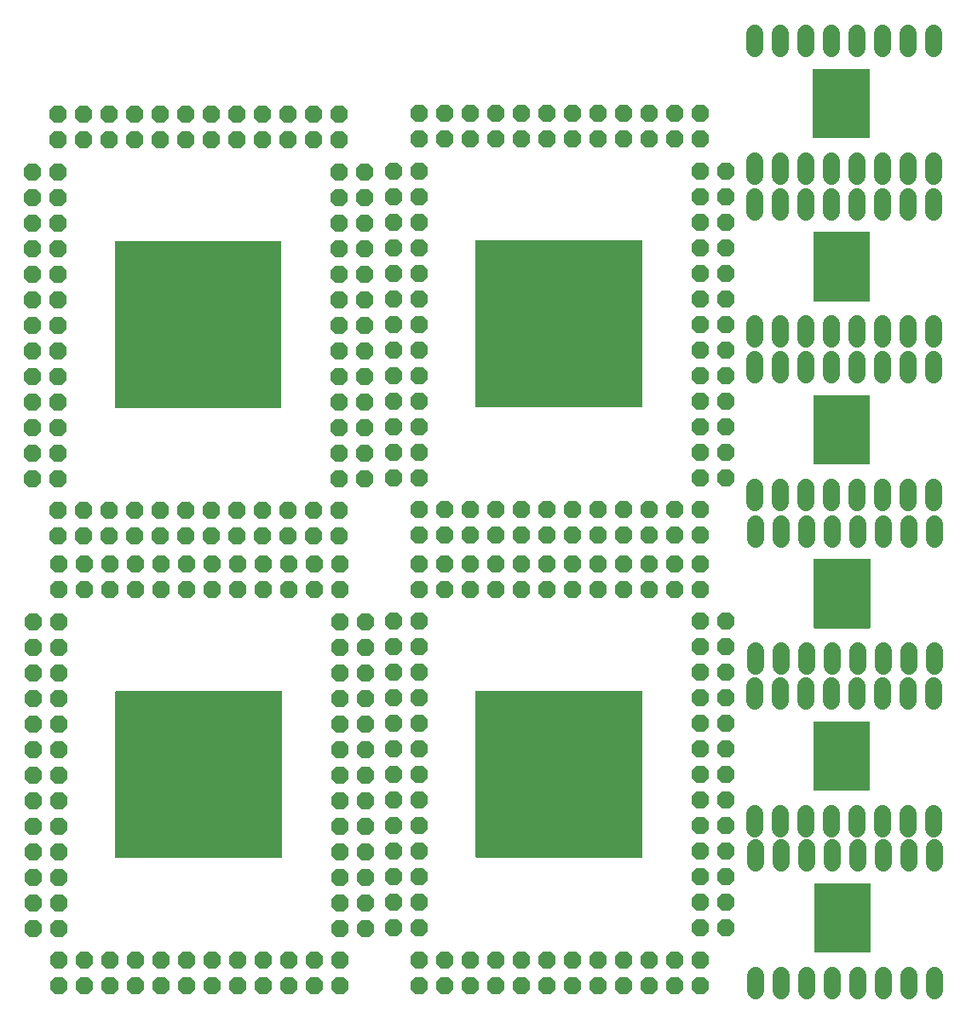
<source format=gbr>
G04 EAGLE Gerber X2 export*
%TF.Part,Single*%
%TF.FileFunction,Soldermask,Bot,1*%
%TF.FilePolarity,Negative*%
%TF.GenerationSoftware,Autodesk,EAGLE,8.7.0*%
%TF.CreationDate,2018-03-14T20:50:37Z*%
G75*
%MOMM*%
%FSLAX34Y34*%
%LPD*%
%AMOC8*
5,1,8,0,0,1.08239X$1,22.5*%
G01*
%ADD10P,1.869504X8X292.500000*%
%ADD11P,1.869504X8X22.500000*%
%ADD12R,1.473200X0.762000*%
%ADD13R,0.762000X1.473200*%
%ADD14C,1.727200*%
%ADD15R,0.553200X1.103200*%

G36*
X621292Y590477D02*
X621292Y590477D01*
X621343Y590479D01*
X621375Y590497D01*
X621411Y590505D01*
X621450Y590538D01*
X621495Y590562D01*
X621516Y590592D01*
X621544Y590615D01*
X621565Y590662D01*
X621595Y590704D01*
X621603Y590746D01*
X621615Y590774D01*
X621614Y590804D01*
X621622Y590846D01*
X621622Y755846D01*
X621611Y755896D01*
X621609Y755947D01*
X621591Y755979D01*
X621583Y756015D01*
X621550Y756054D01*
X621526Y756099D01*
X621496Y756120D01*
X621473Y756148D01*
X621426Y756169D01*
X621384Y756199D01*
X621342Y756207D01*
X621314Y756219D01*
X621284Y756218D01*
X621242Y756226D01*
X456242Y756226D01*
X456192Y756215D01*
X456141Y756213D01*
X456109Y756195D01*
X456073Y756187D01*
X456034Y756154D01*
X455989Y756130D01*
X455968Y756100D01*
X455940Y756077D01*
X455919Y756030D01*
X455889Y755988D01*
X455881Y755946D01*
X455869Y755918D01*
X455870Y755888D01*
X455862Y755846D01*
X455862Y590846D01*
X455873Y590796D01*
X455875Y590745D01*
X455893Y590713D01*
X455901Y590677D01*
X455934Y590638D01*
X455958Y590593D01*
X455988Y590572D01*
X456011Y590544D01*
X456058Y590523D01*
X456100Y590493D01*
X456142Y590485D01*
X456170Y590473D01*
X456200Y590474D01*
X456242Y590466D01*
X621242Y590466D01*
X621292Y590477D01*
G37*
G36*
X262644Y589715D02*
X262644Y589715D01*
X262695Y589717D01*
X262727Y589735D01*
X262763Y589743D01*
X262802Y589776D01*
X262847Y589800D01*
X262868Y589830D01*
X262896Y589853D01*
X262917Y589900D01*
X262947Y589942D01*
X262955Y589984D01*
X262967Y590012D01*
X262966Y590042D01*
X262974Y590084D01*
X262974Y755084D01*
X262963Y755134D01*
X262961Y755185D01*
X262943Y755217D01*
X262935Y755253D01*
X262902Y755292D01*
X262878Y755337D01*
X262848Y755358D01*
X262825Y755386D01*
X262778Y755407D01*
X262736Y755437D01*
X262694Y755445D01*
X262666Y755457D01*
X262636Y755456D01*
X262594Y755464D01*
X97594Y755464D01*
X97544Y755453D01*
X97493Y755451D01*
X97461Y755433D01*
X97425Y755425D01*
X97386Y755392D01*
X97341Y755368D01*
X97320Y755338D01*
X97292Y755315D01*
X97271Y755268D01*
X97241Y755226D01*
X97233Y755184D01*
X97221Y755156D01*
X97222Y755126D01*
X97214Y755084D01*
X97214Y590084D01*
X97225Y590034D01*
X97227Y589983D01*
X97245Y589951D01*
X97253Y589915D01*
X97286Y589876D01*
X97310Y589831D01*
X97340Y589810D01*
X97363Y589782D01*
X97410Y589761D01*
X97452Y589731D01*
X97494Y589723D01*
X97522Y589711D01*
X97552Y589712D01*
X97594Y589704D01*
X262594Y589704D01*
X262644Y589715D01*
G37*
G36*
X621546Y142929D02*
X621546Y142929D01*
X621597Y142931D01*
X621629Y142949D01*
X621665Y142957D01*
X621704Y142990D01*
X621749Y143014D01*
X621770Y143044D01*
X621798Y143067D01*
X621819Y143114D01*
X621849Y143156D01*
X621857Y143198D01*
X621869Y143226D01*
X621868Y143256D01*
X621876Y143298D01*
X621876Y308298D01*
X621865Y308348D01*
X621863Y308399D01*
X621845Y308431D01*
X621837Y308467D01*
X621804Y308506D01*
X621780Y308551D01*
X621750Y308572D01*
X621727Y308600D01*
X621680Y308621D01*
X621638Y308651D01*
X621596Y308659D01*
X621568Y308671D01*
X621538Y308670D01*
X621496Y308678D01*
X456496Y308678D01*
X456446Y308667D01*
X456395Y308665D01*
X456363Y308647D01*
X456327Y308639D01*
X456288Y308606D01*
X456243Y308582D01*
X456222Y308552D01*
X456194Y308529D01*
X456173Y308482D01*
X456143Y308440D01*
X456135Y308398D01*
X456123Y308370D01*
X456124Y308340D01*
X456116Y308298D01*
X456116Y143298D01*
X456127Y143248D01*
X456129Y143197D01*
X456147Y143165D01*
X456155Y143129D01*
X456188Y143090D01*
X456212Y143045D01*
X456242Y143024D01*
X456265Y142996D01*
X456312Y142975D01*
X456354Y142945D01*
X456396Y142937D01*
X456424Y142925D01*
X456454Y142926D01*
X456496Y142918D01*
X621496Y142918D01*
X621546Y142929D01*
G37*
G36*
X263406Y142675D02*
X263406Y142675D01*
X263457Y142677D01*
X263489Y142695D01*
X263525Y142703D01*
X263564Y142736D01*
X263609Y142760D01*
X263630Y142790D01*
X263658Y142813D01*
X263679Y142860D01*
X263709Y142902D01*
X263717Y142944D01*
X263729Y142972D01*
X263728Y143002D01*
X263736Y143044D01*
X263736Y308044D01*
X263725Y308094D01*
X263723Y308145D01*
X263705Y308177D01*
X263697Y308213D01*
X263664Y308252D01*
X263640Y308297D01*
X263610Y308318D01*
X263587Y308346D01*
X263540Y308367D01*
X263498Y308397D01*
X263456Y308405D01*
X263428Y308417D01*
X263398Y308416D01*
X263356Y308424D01*
X98356Y308424D01*
X98306Y308413D01*
X98255Y308411D01*
X98223Y308393D01*
X98187Y308385D01*
X98148Y308352D01*
X98103Y308328D01*
X98082Y308298D01*
X98054Y308275D01*
X98033Y308228D01*
X98003Y308186D01*
X97995Y308144D01*
X97983Y308116D01*
X97984Y308086D01*
X97976Y308044D01*
X97976Y143044D01*
X97987Y142994D01*
X97989Y142943D01*
X98007Y142911D01*
X98015Y142875D01*
X98048Y142836D01*
X98072Y142791D01*
X98102Y142770D01*
X98125Y142742D01*
X98172Y142721D01*
X98214Y142691D01*
X98256Y142683D01*
X98284Y142671D01*
X98314Y142672D01*
X98356Y142664D01*
X263356Y142664D01*
X263406Y142675D01*
G37*
G36*
X847092Y857879D02*
X847092Y857879D01*
X847143Y857881D01*
X847175Y857899D01*
X847211Y857907D01*
X847250Y857940D01*
X847295Y857964D01*
X847316Y857994D01*
X847344Y858017D01*
X847365Y858064D01*
X847395Y858106D01*
X847403Y858148D01*
X847415Y858176D01*
X847414Y858206D01*
X847422Y858248D01*
X847422Y926498D01*
X847411Y926548D01*
X847409Y926599D01*
X847391Y926631D01*
X847383Y926667D01*
X847350Y926706D01*
X847326Y926751D01*
X847296Y926772D01*
X847273Y926800D01*
X847226Y926821D01*
X847184Y926851D01*
X847142Y926859D01*
X847114Y926871D01*
X847084Y926870D01*
X847042Y926878D01*
X791792Y926878D01*
X791742Y926867D01*
X791691Y926865D01*
X791659Y926847D01*
X791623Y926839D01*
X791584Y926806D01*
X791539Y926782D01*
X791518Y926752D01*
X791490Y926729D01*
X791469Y926682D01*
X791439Y926640D01*
X791431Y926598D01*
X791419Y926570D01*
X791420Y926540D01*
X791412Y926498D01*
X791412Y858248D01*
X791423Y858198D01*
X791425Y858147D01*
X791443Y858115D01*
X791451Y858079D01*
X791484Y858040D01*
X791508Y857995D01*
X791538Y857974D01*
X791561Y857946D01*
X791608Y857925D01*
X791650Y857895D01*
X791692Y857887D01*
X791720Y857875D01*
X791750Y857876D01*
X791792Y857868D01*
X847042Y857868D01*
X847092Y857879D01*
G37*
G36*
X847600Y695827D02*
X847600Y695827D01*
X847651Y695829D01*
X847683Y695847D01*
X847719Y695855D01*
X847758Y695888D01*
X847803Y695912D01*
X847824Y695942D01*
X847852Y695965D01*
X847873Y696012D01*
X847903Y696054D01*
X847911Y696096D01*
X847923Y696124D01*
X847922Y696154D01*
X847930Y696196D01*
X847930Y764446D01*
X847919Y764496D01*
X847917Y764547D01*
X847899Y764579D01*
X847891Y764615D01*
X847858Y764654D01*
X847834Y764699D01*
X847804Y764720D01*
X847781Y764748D01*
X847734Y764769D01*
X847692Y764799D01*
X847650Y764807D01*
X847622Y764819D01*
X847592Y764818D01*
X847550Y764826D01*
X792300Y764826D01*
X792250Y764815D01*
X792199Y764813D01*
X792167Y764795D01*
X792131Y764787D01*
X792092Y764754D01*
X792047Y764730D01*
X792026Y764700D01*
X791998Y764677D01*
X791977Y764630D01*
X791947Y764588D01*
X791939Y764546D01*
X791927Y764518D01*
X791928Y764488D01*
X791920Y764446D01*
X791920Y696196D01*
X791931Y696146D01*
X791933Y696095D01*
X791951Y696063D01*
X791959Y696027D01*
X791992Y695988D01*
X792016Y695943D01*
X792046Y695922D01*
X792069Y695894D01*
X792116Y695873D01*
X792158Y695843D01*
X792200Y695835D01*
X792228Y695823D01*
X792258Y695824D01*
X792300Y695816D01*
X847550Y695816D01*
X847600Y695827D01*
G37*
G36*
X847600Y533775D02*
X847600Y533775D01*
X847651Y533777D01*
X847683Y533795D01*
X847719Y533803D01*
X847758Y533836D01*
X847803Y533860D01*
X847824Y533890D01*
X847852Y533913D01*
X847873Y533960D01*
X847903Y534002D01*
X847911Y534044D01*
X847923Y534072D01*
X847922Y534102D01*
X847930Y534144D01*
X847930Y602394D01*
X847919Y602444D01*
X847917Y602495D01*
X847899Y602527D01*
X847891Y602563D01*
X847858Y602602D01*
X847834Y602647D01*
X847804Y602668D01*
X847781Y602696D01*
X847734Y602717D01*
X847692Y602747D01*
X847650Y602755D01*
X847622Y602767D01*
X847592Y602766D01*
X847550Y602774D01*
X792300Y602774D01*
X792250Y602763D01*
X792199Y602761D01*
X792167Y602743D01*
X792131Y602735D01*
X792092Y602702D01*
X792047Y602678D01*
X792026Y602648D01*
X791998Y602625D01*
X791977Y602578D01*
X791947Y602536D01*
X791939Y602494D01*
X791927Y602466D01*
X791928Y602436D01*
X791920Y602394D01*
X791920Y534144D01*
X791931Y534094D01*
X791933Y534043D01*
X791951Y534011D01*
X791959Y533975D01*
X791992Y533936D01*
X792016Y533891D01*
X792046Y533870D01*
X792069Y533842D01*
X792116Y533821D01*
X792158Y533791D01*
X792200Y533783D01*
X792228Y533771D01*
X792258Y533772D01*
X792300Y533764D01*
X847550Y533764D01*
X847600Y533775D01*
G37*
G36*
X847854Y370707D02*
X847854Y370707D01*
X847905Y370709D01*
X847937Y370727D01*
X847973Y370735D01*
X848012Y370768D01*
X848057Y370792D01*
X848078Y370822D01*
X848106Y370845D01*
X848127Y370892D01*
X848157Y370934D01*
X848165Y370976D01*
X848177Y371004D01*
X848176Y371034D01*
X848184Y371076D01*
X848184Y439326D01*
X848173Y439376D01*
X848171Y439427D01*
X848153Y439459D01*
X848145Y439495D01*
X848112Y439534D01*
X848088Y439579D01*
X848058Y439600D01*
X848035Y439628D01*
X847988Y439649D01*
X847946Y439679D01*
X847904Y439687D01*
X847876Y439699D01*
X847846Y439698D01*
X847804Y439706D01*
X792554Y439706D01*
X792504Y439695D01*
X792453Y439693D01*
X792421Y439675D01*
X792385Y439667D01*
X792346Y439634D01*
X792301Y439610D01*
X792280Y439580D01*
X792252Y439557D01*
X792231Y439510D01*
X792201Y439468D01*
X792193Y439426D01*
X792181Y439398D01*
X792182Y439368D01*
X792174Y439326D01*
X792174Y371076D01*
X792185Y371026D01*
X792187Y370975D01*
X792205Y370943D01*
X792213Y370907D01*
X792246Y370868D01*
X792270Y370823D01*
X792300Y370802D01*
X792323Y370774D01*
X792370Y370753D01*
X792412Y370723D01*
X792454Y370715D01*
X792482Y370703D01*
X792512Y370704D01*
X792554Y370696D01*
X847804Y370696D01*
X847854Y370707D01*
G37*
G36*
X847600Y209163D02*
X847600Y209163D01*
X847651Y209165D01*
X847683Y209183D01*
X847719Y209191D01*
X847758Y209224D01*
X847803Y209248D01*
X847824Y209278D01*
X847852Y209301D01*
X847873Y209348D01*
X847903Y209390D01*
X847911Y209432D01*
X847923Y209460D01*
X847922Y209490D01*
X847930Y209532D01*
X847930Y277782D01*
X847919Y277832D01*
X847917Y277883D01*
X847899Y277915D01*
X847891Y277951D01*
X847858Y277990D01*
X847834Y278035D01*
X847804Y278056D01*
X847781Y278084D01*
X847734Y278105D01*
X847692Y278135D01*
X847650Y278143D01*
X847622Y278155D01*
X847592Y278154D01*
X847550Y278162D01*
X792300Y278162D01*
X792250Y278151D01*
X792199Y278149D01*
X792167Y278131D01*
X792131Y278123D01*
X792092Y278090D01*
X792047Y278066D01*
X792026Y278036D01*
X791998Y278013D01*
X791977Y277966D01*
X791947Y277924D01*
X791939Y277882D01*
X791927Y277854D01*
X791928Y277824D01*
X791920Y277782D01*
X791920Y209532D01*
X791931Y209482D01*
X791933Y209431D01*
X791951Y209399D01*
X791959Y209363D01*
X791992Y209324D01*
X792016Y209279D01*
X792046Y209258D01*
X792069Y209230D01*
X792116Y209209D01*
X792158Y209179D01*
X792200Y209171D01*
X792228Y209159D01*
X792258Y209160D01*
X792300Y209152D01*
X847550Y209152D01*
X847600Y209163D01*
G37*
G36*
X848108Y48381D02*
X848108Y48381D01*
X848159Y48383D01*
X848191Y48401D01*
X848227Y48409D01*
X848266Y48442D01*
X848311Y48466D01*
X848332Y48496D01*
X848360Y48519D01*
X848381Y48566D01*
X848411Y48608D01*
X848419Y48650D01*
X848431Y48678D01*
X848430Y48708D01*
X848438Y48750D01*
X848438Y117000D01*
X848427Y117050D01*
X848425Y117101D01*
X848407Y117133D01*
X848399Y117169D01*
X848366Y117208D01*
X848342Y117253D01*
X848312Y117274D01*
X848289Y117302D01*
X848242Y117323D01*
X848200Y117353D01*
X848158Y117361D01*
X848130Y117373D01*
X848100Y117372D01*
X848058Y117380D01*
X792808Y117380D01*
X792758Y117369D01*
X792707Y117367D01*
X792675Y117349D01*
X792639Y117341D01*
X792600Y117308D01*
X792555Y117284D01*
X792534Y117254D01*
X792506Y117231D01*
X792485Y117184D01*
X792455Y117142D01*
X792447Y117100D01*
X792435Y117072D01*
X792436Y117042D01*
X792428Y117000D01*
X792428Y48750D01*
X792439Y48700D01*
X792441Y48649D01*
X792459Y48617D01*
X792467Y48581D01*
X792500Y48542D01*
X792524Y48497D01*
X792554Y48476D01*
X792577Y48448D01*
X792624Y48427D01*
X792666Y48397D01*
X792708Y48389D01*
X792736Y48377D01*
X792766Y48378D01*
X792808Y48370D01*
X848058Y48370D01*
X848108Y48381D01*
G37*
D10*
X16256Y377444D03*
X16256Y352044D03*
X16256Y326644D03*
X16256Y301244D03*
X16256Y275844D03*
X16256Y250444D03*
X41656Y377444D03*
X41656Y352044D03*
X41656Y326644D03*
X41656Y301244D03*
X41656Y275844D03*
X41656Y250444D03*
X16256Y225044D03*
X41656Y225044D03*
X16256Y199644D03*
X16256Y174244D03*
X16256Y148844D03*
X16256Y123444D03*
X16256Y98044D03*
X16256Y72644D03*
X41656Y199644D03*
X41656Y174244D03*
X41656Y148844D03*
X41656Y123444D03*
X41656Y98044D03*
X41656Y72644D03*
X321056Y377444D03*
X321056Y352044D03*
X321056Y326644D03*
X321056Y301244D03*
X321056Y275844D03*
X321056Y250444D03*
X346456Y377444D03*
X346456Y352044D03*
X346456Y326644D03*
X346456Y301244D03*
X346456Y275844D03*
X346456Y250444D03*
X321056Y225044D03*
X346456Y225044D03*
X321056Y199644D03*
X321056Y174244D03*
X321056Y148844D03*
X321056Y123444D03*
X321056Y98044D03*
X321056Y72644D03*
X346456Y199644D03*
X346456Y174244D03*
X346456Y148844D03*
X346456Y123444D03*
X346456Y98044D03*
X346456Y72644D03*
D11*
X41656Y409194D03*
X67056Y409194D03*
X92456Y409194D03*
X117856Y409194D03*
X143256Y409194D03*
X168656Y409194D03*
X41656Y434594D03*
X67056Y434594D03*
X92456Y434594D03*
X117856Y434594D03*
X143256Y434594D03*
X168656Y434594D03*
X194056Y409194D03*
X219456Y409194D03*
X244856Y409194D03*
X270256Y409194D03*
X295656Y409194D03*
X321056Y409194D03*
X194056Y434594D03*
X219456Y434594D03*
X244856Y434594D03*
X270256Y434594D03*
X295656Y434594D03*
X321056Y434594D03*
X41656Y15494D03*
X67056Y15494D03*
X92456Y15494D03*
X117856Y15494D03*
X143256Y15494D03*
X168656Y15494D03*
X41656Y40894D03*
X67056Y40894D03*
X92456Y40894D03*
X117856Y40894D03*
X143256Y40894D03*
X168656Y40894D03*
X194056Y15494D03*
X219456Y15494D03*
X244856Y15494D03*
X270256Y15494D03*
X295656Y15494D03*
X321056Y15494D03*
X194056Y40894D03*
X219456Y40894D03*
X244856Y40894D03*
X270256Y40894D03*
X295656Y40894D03*
X321056Y40894D03*
D12*
X105970Y165600D03*
X105970Y173600D03*
X105970Y181600D03*
X105970Y189600D03*
X105970Y197600D03*
X105970Y205600D03*
X105970Y213600D03*
X105970Y221600D03*
X105970Y229600D03*
X105970Y237600D03*
X105970Y245600D03*
X105970Y253600D03*
X105970Y261600D03*
X105970Y269600D03*
X105970Y277600D03*
X105970Y285600D03*
D13*
X120896Y300526D03*
X128896Y300526D03*
X136896Y300526D03*
X144896Y300526D03*
X152896Y300526D03*
X160896Y300526D03*
X168896Y300526D03*
X176896Y300526D03*
X184896Y300526D03*
X192896Y300526D03*
X200896Y300526D03*
X208896Y300526D03*
X216896Y300526D03*
X224896Y300526D03*
X232896Y300526D03*
X240896Y300526D03*
D12*
X255822Y285600D03*
X255822Y277600D03*
X255822Y269600D03*
X255822Y261600D03*
X255822Y253600D03*
X255822Y245600D03*
X255822Y237600D03*
X255822Y229600D03*
X255822Y221600D03*
X255822Y213600D03*
X255822Y205600D03*
X255822Y197600D03*
X255822Y189600D03*
X255822Y181600D03*
X255822Y173600D03*
X255822Y165600D03*
D13*
X240896Y150674D03*
X232896Y150674D03*
X224896Y150674D03*
X216896Y150674D03*
X208896Y150674D03*
X200896Y150674D03*
X192896Y150674D03*
X184896Y150674D03*
X176896Y150674D03*
X168896Y150674D03*
X160896Y150674D03*
X152896Y150674D03*
X144896Y150674D03*
X136896Y150674D03*
X128896Y150674D03*
X120896Y150674D03*
D10*
X374396Y377698D03*
X374396Y352298D03*
X374396Y326898D03*
X374396Y301498D03*
X374396Y276098D03*
X374396Y250698D03*
X399796Y377698D03*
X399796Y352298D03*
X399796Y326898D03*
X399796Y301498D03*
X399796Y276098D03*
X399796Y250698D03*
X374396Y225298D03*
X399796Y225298D03*
X374396Y199898D03*
X374396Y174498D03*
X374396Y149098D03*
X374396Y123698D03*
X374396Y98298D03*
X374396Y72898D03*
X399796Y199898D03*
X399796Y174498D03*
X399796Y149098D03*
X399796Y123698D03*
X399796Y98298D03*
X399796Y72898D03*
X679196Y377698D03*
X679196Y352298D03*
X679196Y326898D03*
X679196Y301498D03*
X679196Y276098D03*
X679196Y250698D03*
X704596Y377698D03*
X704596Y352298D03*
X704596Y326898D03*
X704596Y301498D03*
X704596Y276098D03*
X704596Y250698D03*
X679196Y225298D03*
X704596Y225298D03*
X679196Y199898D03*
X679196Y174498D03*
X679196Y149098D03*
X679196Y123698D03*
X679196Y98298D03*
X679196Y72898D03*
X704596Y199898D03*
X704596Y174498D03*
X704596Y149098D03*
X704596Y123698D03*
X704596Y98298D03*
X704596Y72898D03*
D11*
X399796Y409448D03*
X425196Y409448D03*
X450596Y409448D03*
X475996Y409448D03*
X501396Y409448D03*
X526796Y409448D03*
X399796Y434848D03*
X425196Y434848D03*
X450596Y434848D03*
X475996Y434848D03*
X501396Y434848D03*
X526796Y434848D03*
X552196Y409448D03*
X577596Y409448D03*
X602996Y409448D03*
X628396Y409448D03*
X653796Y409448D03*
X679196Y409448D03*
X552196Y434848D03*
X577596Y434848D03*
X602996Y434848D03*
X628396Y434848D03*
X653796Y434848D03*
X679196Y434848D03*
X399796Y15748D03*
X425196Y15748D03*
X450596Y15748D03*
X475996Y15748D03*
X501396Y15748D03*
X526796Y15748D03*
X399796Y41148D03*
X425196Y41148D03*
X450596Y41148D03*
X475996Y41148D03*
X501396Y41148D03*
X526796Y41148D03*
X552196Y15748D03*
X577596Y15748D03*
X602996Y15748D03*
X628396Y15748D03*
X653796Y15748D03*
X679196Y15748D03*
X552196Y41148D03*
X577596Y41148D03*
X602996Y41148D03*
X628396Y41148D03*
X653796Y41148D03*
X679196Y41148D03*
D12*
X464110Y165854D03*
X464110Y173854D03*
X464110Y181854D03*
X464110Y189854D03*
X464110Y197854D03*
X464110Y205854D03*
X464110Y213854D03*
X464110Y221854D03*
X464110Y229854D03*
X464110Y237854D03*
X464110Y245854D03*
X464110Y253854D03*
X464110Y261854D03*
X464110Y269854D03*
X464110Y277854D03*
X464110Y285854D03*
D13*
X479036Y300780D03*
X487036Y300780D03*
X495036Y300780D03*
X503036Y300780D03*
X511036Y300780D03*
X519036Y300780D03*
X527036Y300780D03*
X535036Y300780D03*
X543036Y300780D03*
X551036Y300780D03*
X559036Y300780D03*
X567036Y300780D03*
X575036Y300780D03*
X583036Y300780D03*
X591036Y300780D03*
X599036Y300780D03*
D12*
X613962Y285854D03*
X613962Y277854D03*
X613962Y269854D03*
X613962Y261854D03*
X613962Y253854D03*
X613962Y245854D03*
X613962Y237854D03*
X613962Y229854D03*
X613962Y221854D03*
X613962Y213854D03*
X613962Y205854D03*
X613962Y197854D03*
X613962Y189854D03*
X613962Y181854D03*
X613962Y173854D03*
X613962Y165854D03*
D13*
X599036Y150928D03*
X591036Y150928D03*
X583036Y150928D03*
X575036Y150928D03*
X567036Y150928D03*
X559036Y150928D03*
X551036Y150928D03*
X543036Y150928D03*
X535036Y150928D03*
X527036Y150928D03*
X519036Y150928D03*
X511036Y150928D03*
X503036Y150928D03*
X495036Y150928D03*
X487036Y150928D03*
X479036Y150928D03*
D10*
X15494Y824484D03*
X15494Y799084D03*
X15494Y773684D03*
X15494Y748284D03*
X15494Y722884D03*
X15494Y697484D03*
X40894Y824484D03*
X40894Y799084D03*
X40894Y773684D03*
X40894Y748284D03*
X40894Y722884D03*
X40894Y697484D03*
X15494Y672084D03*
X40894Y672084D03*
X15494Y646684D03*
X15494Y621284D03*
X15494Y595884D03*
X15494Y570484D03*
X15494Y545084D03*
X15494Y519684D03*
X40894Y646684D03*
X40894Y621284D03*
X40894Y595884D03*
X40894Y570484D03*
X40894Y545084D03*
X40894Y519684D03*
X320294Y824484D03*
X320294Y799084D03*
X320294Y773684D03*
X320294Y748284D03*
X320294Y722884D03*
X320294Y697484D03*
X345694Y824484D03*
X345694Y799084D03*
X345694Y773684D03*
X345694Y748284D03*
X345694Y722884D03*
X345694Y697484D03*
X320294Y672084D03*
X345694Y672084D03*
X320294Y646684D03*
X320294Y621284D03*
X320294Y595884D03*
X320294Y570484D03*
X320294Y545084D03*
X320294Y519684D03*
X345694Y646684D03*
X345694Y621284D03*
X345694Y595884D03*
X345694Y570484D03*
X345694Y545084D03*
X345694Y519684D03*
D11*
X40894Y856234D03*
X66294Y856234D03*
X91694Y856234D03*
X117094Y856234D03*
X142494Y856234D03*
X167894Y856234D03*
X40894Y881634D03*
X66294Y881634D03*
X91694Y881634D03*
X117094Y881634D03*
X142494Y881634D03*
X167894Y881634D03*
X193294Y856234D03*
X218694Y856234D03*
X244094Y856234D03*
X269494Y856234D03*
X294894Y856234D03*
X320294Y856234D03*
X193294Y881634D03*
X218694Y881634D03*
X244094Y881634D03*
X269494Y881634D03*
X294894Y881634D03*
X320294Y881634D03*
X40894Y462534D03*
X66294Y462534D03*
X91694Y462534D03*
X117094Y462534D03*
X142494Y462534D03*
X167894Y462534D03*
X40894Y487934D03*
X66294Y487934D03*
X91694Y487934D03*
X117094Y487934D03*
X142494Y487934D03*
X167894Y487934D03*
X193294Y462534D03*
X218694Y462534D03*
X244094Y462534D03*
X269494Y462534D03*
X294894Y462534D03*
X320294Y462534D03*
X193294Y487934D03*
X218694Y487934D03*
X244094Y487934D03*
X269494Y487934D03*
X294894Y487934D03*
X320294Y487934D03*
D12*
X105208Y612640D03*
X105208Y620640D03*
X105208Y628640D03*
X105208Y636640D03*
X105208Y644640D03*
X105208Y652640D03*
X105208Y660640D03*
X105208Y668640D03*
X105208Y676640D03*
X105208Y684640D03*
X105208Y692640D03*
X105208Y700640D03*
X105208Y708640D03*
X105208Y716640D03*
X105208Y724640D03*
X105208Y732640D03*
D13*
X120134Y747566D03*
X128134Y747566D03*
X136134Y747566D03*
X144134Y747566D03*
X152134Y747566D03*
X160134Y747566D03*
X168134Y747566D03*
X176134Y747566D03*
X184134Y747566D03*
X192134Y747566D03*
X200134Y747566D03*
X208134Y747566D03*
X216134Y747566D03*
X224134Y747566D03*
X232134Y747566D03*
X240134Y747566D03*
D12*
X255060Y732640D03*
X255060Y724640D03*
X255060Y716640D03*
X255060Y708640D03*
X255060Y700640D03*
X255060Y692640D03*
X255060Y684640D03*
X255060Y676640D03*
X255060Y668640D03*
X255060Y660640D03*
X255060Y652640D03*
X255060Y644640D03*
X255060Y636640D03*
X255060Y628640D03*
X255060Y620640D03*
X255060Y612640D03*
D13*
X240134Y597714D03*
X232134Y597714D03*
X224134Y597714D03*
X216134Y597714D03*
X208134Y597714D03*
X200134Y597714D03*
X192134Y597714D03*
X184134Y597714D03*
X176134Y597714D03*
X168134Y597714D03*
X160134Y597714D03*
X152134Y597714D03*
X144134Y597714D03*
X136134Y597714D03*
X128134Y597714D03*
X120134Y597714D03*
D10*
X374142Y825246D03*
X374142Y799846D03*
X374142Y774446D03*
X374142Y749046D03*
X374142Y723646D03*
X374142Y698246D03*
X399542Y825246D03*
X399542Y799846D03*
X399542Y774446D03*
X399542Y749046D03*
X399542Y723646D03*
X399542Y698246D03*
X374142Y672846D03*
X399542Y672846D03*
X374142Y647446D03*
X374142Y622046D03*
X374142Y596646D03*
X374142Y571246D03*
X374142Y545846D03*
X374142Y520446D03*
X399542Y647446D03*
X399542Y622046D03*
X399542Y596646D03*
X399542Y571246D03*
X399542Y545846D03*
X399542Y520446D03*
X678942Y825246D03*
X678942Y799846D03*
X678942Y774446D03*
X678942Y749046D03*
X678942Y723646D03*
X678942Y698246D03*
X704342Y825246D03*
X704342Y799846D03*
X704342Y774446D03*
X704342Y749046D03*
X704342Y723646D03*
X704342Y698246D03*
X678942Y672846D03*
X704342Y672846D03*
X678942Y647446D03*
X678942Y622046D03*
X678942Y596646D03*
X678942Y571246D03*
X678942Y545846D03*
X678942Y520446D03*
X704342Y647446D03*
X704342Y622046D03*
X704342Y596646D03*
X704342Y571246D03*
X704342Y545846D03*
X704342Y520446D03*
D11*
X399542Y856996D03*
X424942Y856996D03*
X450342Y856996D03*
X475742Y856996D03*
X501142Y856996D03*
X526542Y856996D03*
X399542Y882396D03*
X424942Y882396D03*
X450342Y882396D03*
X475742Y882396D03*
X501142Y882396D03*
X526542Y882396D03*
X551942Y856996D03*
X577342Y856996D03*
X602742Y856996D03*
X628142Y856996D03*
X653542Y856996D03*
X678942Y856996D03*
X551942Y882396D03*
X577342Y882396D03*
X602742Y882396D03*
X628142Y882396D03*
X653542Y882396D03*
X678942Y882396D03*
X399542Y463296D03*
X424942Y463296D03*
X450342Y463296D03*
X475742Y463296D03*
X501142Y463296D03*
X526542Y463296D03*
X399542Y488696D03*
X424942Y488696D03*
X450342Y488696D03*
X475742Y488696D03*
X501142Y488696D03*
X526542Y488696D03*
X551942Y463296D03*
X577342Y463296D03*
X602742Y463296D03*
X628142Y463296D03*
X653542Y463296D03*
X678942Y463296D03*
X551942Y488696D03*
X577342Y488696D03*
X602742Y488696D03*
X628142Y488696D03*
X653542Y488696D03*
X678942Y488696D03*
D12*
X463856Y613402D03*
X463856Y621402D03*
X463856Y629402D03*
X463856Y637402D03*
X463856Y645402D03*
X463856Y653402D03*
X463856Y661402D03*
X463856Y669402D03*
X463856Y677402D03*
X463856Y685402D03*
X463856Y693402D03*
X463856Y701402D03*
X463856Y709402D03*
X463856Y717402D03*
X463856Y725402D03*
X463856Y733402D03*
D13*
X478782Y748328D03*
X486782Y748328D03*
X494782Y748328D03*
X502782Y748328D03*
X510782Y748328D03*
X518782Y748328D03*
X526782Y748328D03*
X534782Y748328D03*
X542782Y748328D03*
X550782Y748328D03*
X558782Y748328D03*
X566782Y748328D03*
X574782Y748328D03*
X582782Y748328D03*
X590782Y748328D03*
X598782Y748328D03*
D12*
X613708Y733402D03*
X613708Y725402D03*
X613708Y717402D03*
X613708Y709402D03*
X613708Y701402D03*
X613708Y693402D03*
X613708Y685402D03*
X613708Y677402D03*
X613708Y669402D03*
X613708Y661402D03*
X613708Y653402D03*
X613708Y645402D03*
X613708Y637402D03*
X613708Y629402D03*
X613708Y621402D03*
X613708Y613402D03*
D13*
X598782Y598476D03*
X590782Y598476D03*
X582782Y598476D03*
X574782Y598476D03*
X566782Y598476D03*
X558782Y598476D03*
X550782Y598476D03*
X542782Y598476D03*
X534782Y598476D03*
X526782Y598476D03*
X518782Y598476D03*
X510782Y598476D03*
X502782Y598476D03*
X494782Y598476D03*
X486782Y598476D03*
X478782Y598476D03*
D14*
X734158Y152620D02*
X734158Y137380D01*
X759558Y137380D02*
X759558Y152620D01*
X784958Y152620D02*
X784958Y137380D01*
X810358Y137380D02*
X810358Y152620D01*
X835758Y152620D02*
X835758Y137380D01*
X861158Y137380D02*
X861158Y152620D01*
X886558Y152620D02*
X886558Y137380D01*
X911958Y137380D02*
X911958Y152620D01*
X734158Y25640D02*
X734158Y10400D01*
X759558Y10400D02*
X759558Y25640D01*
X784958Y25640D02*
X784958Y10400D01*
X810358Y10400D02*
X810358Y25640D01*
X835758Y25640D02*
X835758Y10400D01*
X861158Y10400D02*
X861158Y25640D01*
X886558Y25640D02*
X886558Y10400D01*
X911958Y10400D02*
X911958Y25640D01*
D15*
X843308Y53750D03*
X836808Y53750D03*
X830308Y53750D03*
X823808Y53750D03*
X817308Y53750D03*
X810808Y53750D03*
X804308Y53750D03*
X797808Y53750D03*
X797808Y111250D03*
X804308Y111250D03*
X810808Y111250D03*
X817308Y111250D03*
X823808Y111250D03*
X830308Y111250D03*
X836808Y111250D03*
X843308Y111250D03*
D14*
X733650Y298162D02*
X733650Y313402D01*
X759050Y313402D02*
X759050Y298162D01*
X784450Y298162D02*
X784450Y313402D01*
X809850Y313402D02*
X809850Y298162D01*
X835250Y298162D02*
X835250Y313402D01*
X860650Y313402D02*
X860650Y298162D01*
X886050Y298162D02*
X886050Y313402D01*
X911450Y313402D02*
X911450Y298162D01*
X733650Y186422D02*
X733650Y171182D01*
X759050Y171182D02*
X759050Y186422D01*
X784450Y186422D02*
X784450Y171182D01*
X809850Y171182D02*
X809850Y186422D01*
X835250Y186422D02*
X835250Y171182D01*
X860650Y171182D02*
X860650Y186422D01*
X886050Y186422D02*
X886050Y171182D01*
X911450Y171182D02*
X911450Y186422D01*
D15*
X842800Y214532D03*
X836300Y214532D03*
X829800Y214532D03*
X823300Y214532D03*
X816800Y214532D03*
X810300Y214532D03*
X803800Y214532D03*
X797300Y214532D03*
X797300Y272032D03*
X803800Y272032D03*
X810300Y272032D03*
X816800Y272032D03*
X823300Y272032D03*
X829800Y272032D03*
X836300Y272032D03*
X842800Y272032D03*
D14*
X733904Y459706D02*
X733904Y474946D01*
X759304Y474946D02*
X759304Y459706D01*
X784704Y459706D02*
X784704Y474946D01*
X810104Y474946D02*
X810104Y459706D01*
X835504Y459706D02*
X835504Y474946D01*
X860904Y474946D02*
X860904Y459706D01*
X886304Y459706D02*
X886304Y474946D01*
X911704Y474946D02*
X911704Y459706D01*
X733904Y347966D02*
X733904Y332726D01*
X759304Y332726D02*
X759304Y347966D01*
X784704Y347966D02*
X784704Y332726D01*
X810104Y332726D02*
X810104Y347966D01*
X835504Y347966D02*
X835504Y332726D01*
X860904Y332726D02*
X860904Y347966D01*
X886304Y347966D02*
X886304Y332726D01*
X911704Y332726D02*
X911704Y347966D01*
D15*
X843054Y376076D03*
X836554Y376076D03*
X830054Y376076D03*
X823554Y376076D03*
X817054Y376076D03*
X810554Y376076D03*
X804054Y376076D03*
X797554Y376076D03*
X797554Y433576D03*
X804054Y433576D03*
X810554Y433576D03*
X817054Y433576D03*
X823554Y433576D03*
X830054Y433576D03*
X836554Y433576D03*
X843054Y433576D03*
D14*
X733650Y622774D02*
X733650Y638014D01*
X759050Y638014D02*
X759050Y622774D01*
X784450Y622774D02*
X784450Y638014D01*
X809850Y638014D02*
X809850Y622774D01*
X835250Y622774D02*
X835250Y638014D01*
X860650Y638014D02*
X860650Y622774D01*
X886050Y622774D02*
X886050Y638014D01*
X911450Y638014D02*
X911450Y622774D01*
X733650Y511034D02*
X733650Y495794D01*
X759050Y495794D02*
X759050Y511034D01*
X784450Y511034D02*
X784450Y495794D01*
X809850Y495794D02*
X809850Y511034D01*
X835250Y511034D02*
X835250Y495794D01*
X860650Y495794D02*
X860650Y511034D01*
X886050Y511034D02*
X886050Y495794D01*
X911450Y495794D02*
X911450Y511034D01*
D15*
X842800Y539144D03*
X836300Y539144D03*
X829800Y539144D03*
X823300Y539144D03*
X816800Y539144D03*
X810300Y539144D03*
X803800Y539144D03*
X797300Y539144D03*
X797300Y596644D03*
X803800Y596644D03*
X810300Y596644D03*
X816800Y596644D03*
X823300Y596644D03*
X829800Y596644D03*
X836300Y596644D03*
X842800Y596644D03*
D14*
X733650Y784826D02*
X733650Y800066D01*
X759050Y800066D02*
X759050Y784826D01*
X784450Y784826D02*
X784450Y800066D01*
X809850Y800066D02*
X809850Y784826D01*
X835250Y784826D02*
X835250Y800066D01*
X860650Y800066D02*
X860650Y784826D01*
X886050Y784826D02*
X886050Y800066D01*
X911450Y800066D02*
X911450Y784826D01*
X733650Y673086D02*
X733650Y657846D01*
X759050Y657846D02*
X759050Y673086D01*
X784450Y673086D02*
X784450Y657846D01*
X809850Y657846D02*
X809850Y673086D01*
X835250Y673086D02*
X835250Y657846D01*
X860650Y657846D02*
X860650Y673086D01*
X886050Y673086D02*
X886050Y657846D01*
X911450Y657846D02*
X911450Y673086D01*
D15*
X842800Y701196D03*
X836300Y701196D03*
X829800Y701196D03*
X823300Y701196D03*
X816800Y701196D03*
X810300Y701196D03*
X803800Y701196D03*
X797300Y701196D03*
X797300Y758696D03*
X803800Y758696D03*
X810300Y758696D03*
X816800Y758696D03*
X823300Y758696D03*
X829800Y758696D03*
X836300Y758696D03*
X842800Y758696D03*
D14*
X733142Y946878D02*
X733142Y962118D01*
X758542Y962118D02*
X758542Y946878D01*
X783942Y946878D02*
X783942Y962118D01*
X809342Y962118D02*
X809342Y946878D01*
X834742Y946878D02*
X834742Y962118D01*
X860142Y962118D02*
X860142Y946878D01*
X885542Y946878D02*
X885542Y962118D01*
X910942Y962118D02*
X910942Y946878D01*
X733142Y835138D02*
X733142Y819898D01*
X758542Y819898D02*
X758542Y835138D01*
X783942Y835138D02*
X783942Y819898D01*
X809342Y819898D02*
X809342Y835138D01*
X834742Y835138D02*
X834742Y819898D01*
X860142Y819898D02*
X860142Y835138D01*
X885542Y835138D02*
X885542Y819898D01*
X910942Y819898D02*
X910942Y835138D01*
D15*
X842292Y863248D03*
X835792Y863248D03*
X829292Y863248D03*
X822792Y863248D03*
X816292Y863248D03*
X809792Y863248D03*
X803292Y863248D03*
X796792Y863248D03*
X796792Y920748D03*
X803292Y920748D03*
X809792Y920748D03*
X816292Y920748D03*
X822792Y920748D03*
X829292Y920748D03*
X835792Y920748D03*
X842292Y920748D03*
M02*

</source>
